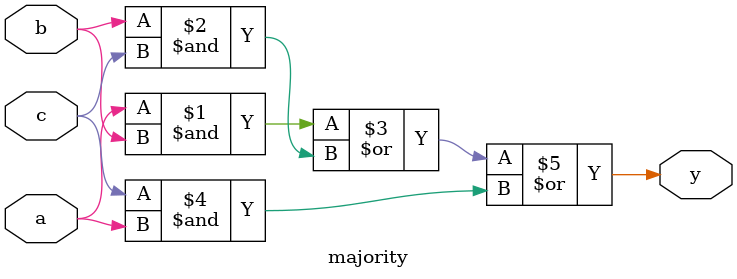
<source format=v>
`timescale 1ns / 1ps
module majority(a,b,c,y);
input a,b,c;
output y;
assign y=(a&b)|(b&c)|(c&a);
endmodule

</source>
